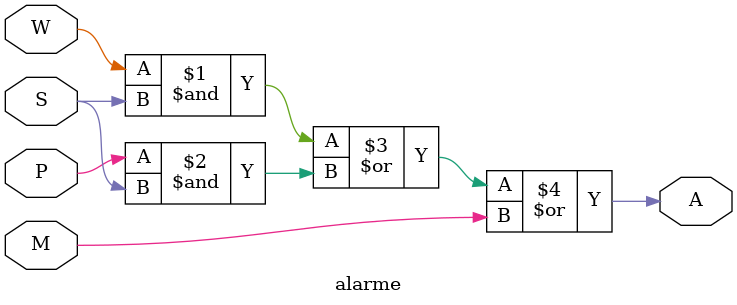
<source format=v>
module alarme(P, W, M, S, A);

    input P, W, M, S;
    output A;

    assign A = W & S | P & S | M;
    
endmodule
</source>
